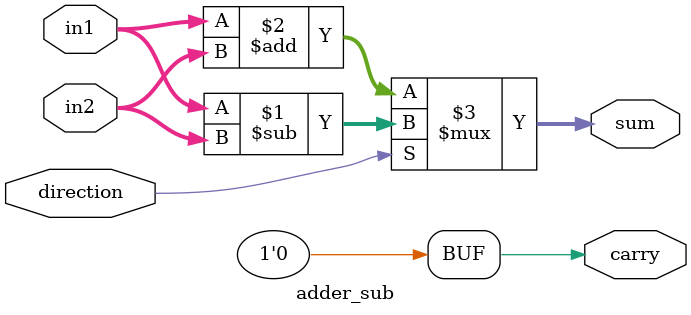
<source format=v>

module CORDIC_Sinh(
    output reg [15:0] X0,         // Final X output after all iterations
    output reg [15:0] Y0,         // Final Y output after all iterations
    output reg [15:0] Z0,         // Final Z output (angle accumulator)
    input      [15:0] Xin,        // Initial X input
    input      [15:0] Yin,        // Initial Y input
    input      [15:0] Zin,        // Initial Z input (starting angle)
    input            clk          // Clock signal
);

    wire signed [15:0] x_reg [0:15];
    wire signed [15:0] y_reg [0:15];
    wire signed [15:0] z_reg [0:15];

    wire signed [15:0] x_reg_sh [0:15];
    wire signed [15:0] y_reg_sh [0:15];

    wire signed [15:0] sum_x [0:15];
    wire signed [15:0] sum_y [0:15];
    wire signed [15:0] sum_z [0:15];

    wire       z_co [0:15];       // Direction control based on Z sign bit

    reg [15:0] alpha [0:15];      // Predefined arctanh constants in fixed-point

    integer i;

    // Initialize alpha values - arctanh(2^-i) scaled fixed-point
    initial begin
        alpha[0]  = 16'h1193;     // Stage 0
        alpha[1]  = 16'h082c;     // Stage 1
        alpha[2]  = 16'h0405;     // Stage 2
        alpha[3]  = 16'h0200;     // ...
        alpha[4]  = 16'h0200;
        alpha[5]  = 16'h0100;
        alpha[6]  = 16'h0080;
        alpha[7]  = 16'h0040;
        alpha[8]  = 16'h0020;
        alpha[9]  = 16'h0010;
        alpha[10] = 16'h0008;
        alpha[11] = 16'h0004;
        alpha[12] = 16'h0002;
        alpha[13] = 16'h0001;
        alpha[14] = 16'h0001;
        alpha[15] = 16'h0000;
    end

    // Stage 0 - Load inputs into registers
    Register rx0(x_reg[0], Xin, clk);
    Register ry0(y_reg[0], Yin, clk);
    Register rz0(z_reg[0], Zin, clk);

    assign x_reg_sh[0] = x_reg[0] >>> 1;  // Shift right by 1 (2^1)
    assign y_reg_sh[0] = y_reg[0] >>> 1;

    not n0(z_co[0], z_reg[0][15]);       // Direction from Z sign bit

    adder_sub ax0(sum_x[0], , x_reg[0], y_reg_sh[0], z_reg[0][15]);
    adder_sub ay0(sum_y[0], , y_reg[0], x_reg_sh[0], z_reg[0][15]);
    adder_sub az0(sum_z[0], , z_reg[0], alpha[0], z_co[0]);

    // Iterations 1 to 15, pipelined using generate
    generate
        for(i = 1; i < 16; i = i + 1) begin : cordic_stages 
            Register rx(x_reg[i], sum_x[i-1], clk);
            Register ry(y_reg[i], sum_y[i-1], clk);
            Register rz(z_reg[i], sum_z[i-1], clk);

            assign x_reg_sh[i] = x_reg[i] >>> i; 
            assign y_reg_sh[i] = y_reg[i] >>> i;

            not zn(z_co[i], z_reg[i][15]);

            adder_sub ax(sum_x[i], , x_reg[i], y_reg_sh[i], z_reg[i][15]);
            adder_sub ay(sum_y[i], , y_reg[i], x_reg_sh[i], z_reg[i][15]);
            adder_sub az(sum_z[i], , z_reg[i], alpha[i], z_reg[i][15]);
        end
    endgenerate

    // Final outputs pipeline registers
    Register rx_final(X0, sum_x[15], clk);
    Register ry_final(Y0, sum_y[15], clk);
    Register rz_final(Z0, sum_z[15], clk);

endmodule


// Register module: clocked 16-bit register
module Register(
    output reg [15:0] x0,
    input      [15:0] xin,
    input             clk
);
    always @(posedge clk) begin
        x0 <= xin;
    end
endmodule


// Conditional adder/subtractor: sum = in1 ± in2 based on direction bit
module adder_sub(
    output signed [15:0] sum,
    output               carry,     // Carry output not used here
    input  signed [15:0] in1,
    input  signed [15:0] in2,
    input                direction  // 0 to add, 1 to subtract
);
    assign carry = 0;
    assign sum = direction ? (in1 - in2) : (in1 + in2);
endmodule

</source>
